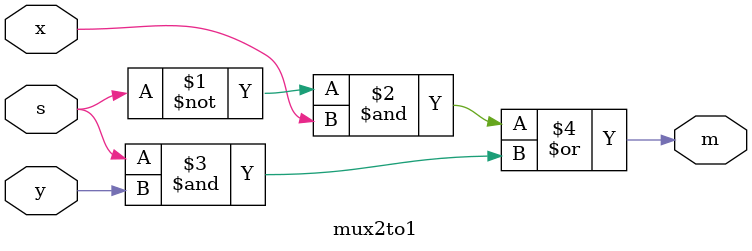
<source format=v>
module lab4part2 (digits, HEX1, HEX0);
	input [4:0] digits;
	output [6:0] HEX1, HEX0;
	
	wire cout;
	wire [3:0] V, S;
	
	assign cout = digits[4];
	assign V = digits[3:0];
	
	comparator C0 (V, S);
		
	wire [3:0] A;
	circuitA CA (V, A);
	
	wire [3:0] M0;
	fourbit2to1 F0 (V, A, S[0], M0);

	wire [3:0] B;
	circuitB CB (M0, B);
	
	wire [3:0] M1;
	fourbit2to1 F1 (M0, B, cout, M1);
	
	deciOnHex D1 ({1'b0, 1'b0, 1'b0, (S[0] | cout)},HEX1);	
	deciOnHex D0 (M1,HEX0);
endmodule

module circuitB (M, B);
	input [3:0] M;
	output [3:0] B;
	
	assign B[3] = M[1];
	assign B[2] = ~M[1];
	assign B[1] = ~M[1];
	assign B[0] = M[0];
endmodule

module deciOnHex(in, out);
	input [3:0] in;
	output [6:0] out;
	
	wire c0,c1,c2,c3;
	
	assign c0=in[0];
	assign c1=in[1];
	assign c2=in[2];
	assign c3=in[3];
	assign out[0] = (~c3&~c2&~c1&c0)|(~c1&~c0&c2)|(c3&c2)|(c1&c3);
	assign out[1] = (~c1&c0&c2)|(c1&~c0&c2)|(c3&c2)|(c1&c3);
	assign out[2] = (c1&~c0&~c2)|(c3&c2)|(c1&c3);
	assign out[3] = (~c1&c0&~c2)|(~c1&~c0&c2)|(c3&c2)|(c1&c3)|(c1&c2&c0);
	assign out[4] = (c1|c0|c2)&(~c1|c0|c3);
	assign out[5] = (~c3&~c2&c0)|(c1&c3)|(~c3&~c2&c1)|(c1&c0)|(c3&c2);
	assign out[6] = (~c3&~c2&~c1)|(c1&c0&c2)|(c3&c2)|(c1&c3);
endmodule

module comparator (V, S);
	input [3:0] V;
	output [3:0] S;
	
	wire r;
	assign r = (V[3] & V[2]) | (V[3] & V[1]);
	
	assign S = {1'b0, 1'b0, 1'b0, r};
endmodule

module circuitA (V, A);
	input [3:0] V;
	output [3:0] A;
	
	assign A[3] = ~V[3];
	assign A[2] = V[3] & V[2] & V[1];
	assign A[1] = V[3] & V[2] & ~V[1];
	assign A[0] = (V[3] & V[2] & V[0]) | (V[3] & V[1] & V[0]);
endmodule

module fourbit2to1 (V, A, S, M);
	input [3:0] V, A;
	input S;
	output [3:0] M;
	
	mux2to1 u1 (V[0], A[0], S, M[0]);
	mux2to1 u2 (V[1], A[1], S, M[1]);
	mux2to1 u3 (V[2], A[2], S, M[2]);
	mux2to1 u4 (V[3], A[3], S, M[3]);
endmodule

module mux2to1(x, y, s, m);
	input x;
	input y;
	input s;
	output m;
	
	assign m = (~s & x) | (s & y);
endmodule
</source>
